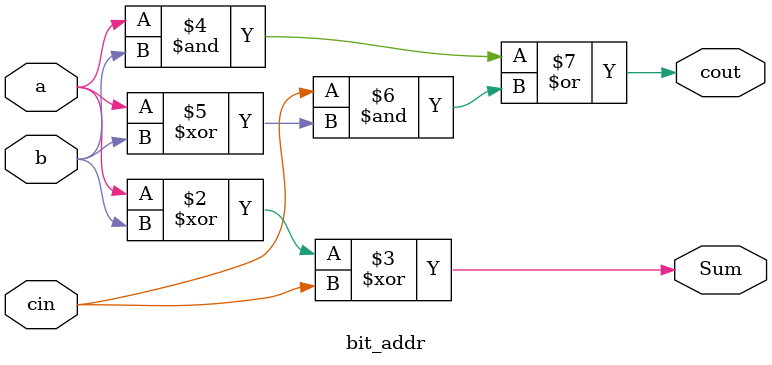
<source format=v>
module bit_addr (
    input wire a,
    input wire b,
    input wire cin,
    output reg Sum,
    output reg cout
);

    always @(*) begin
        Sum = a ^ b ^ cin;        
        cout = (a & b) | (cin & (a ^ b));
    end

endmodule

</source>
